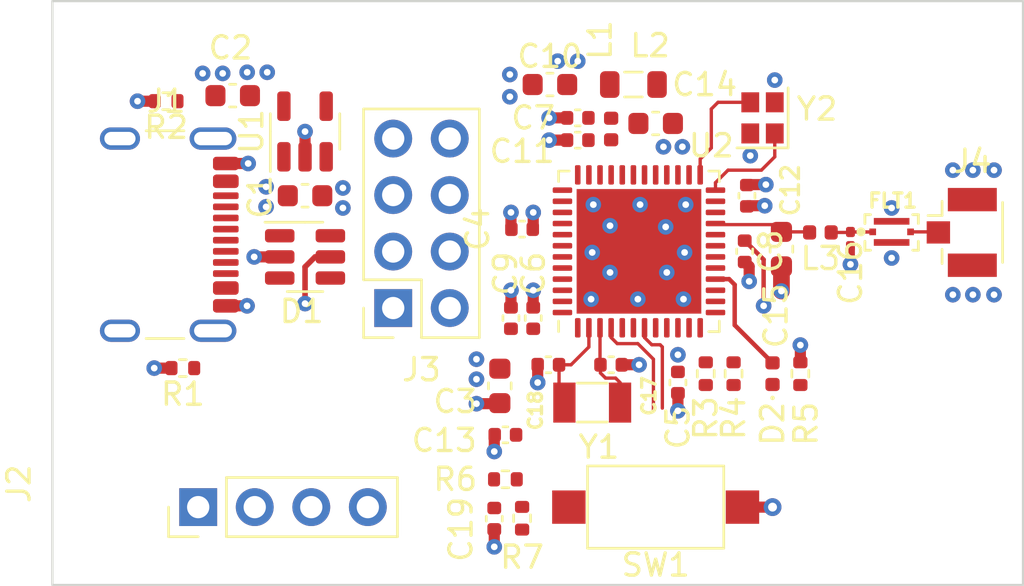
<source format=kicad_pcb>
(kicad_pcb (version 20221018) (generator pcbnew)
  (layers (0 "F.Cu" signal) (1 "In1.Cu" signal) (2 "In2.Cu" signal) (31 "B.Cu" signal) (34 "B.Paste" user) (35 "F.Paste" user) (36 "B.SilkS" user "B.Silkscreen") (37 "F.SilkS" user "F.Silkscreen") (38 "B.Mask" user) (39 "F.Mask" user) (44 "Edge.Cuts" user))
  (net 0 "")
  (net 1 "+5V")
  (net 2 "GND")
  (net 3 "+3.3V")
  (net 4 "/SWD_NRST")
  (net 5 "/SMPSLXFB")
  (net 6 "/RF")
  (net 7 "/RF_PI")
  (net 8 "/LSE_OUT")
  (net 9 "/LSE_IN")
  (net 10 "/BOOT0")
  (net 11 "/USBC_D-")
  (net 12 "/USBC_D+")
  (net 13 "/USB_D+")
  (net 14 "/USB_D-")
  (net 15 "/LED_K")
  (net 16 "/LED_A")
  (net 17 "/RF_ANT")
  (net 18 "/USBC_CC1")
  (net 20 "/USBC_CC2")
  (net 22 "/UART_TXC")
  (net 23 "/UART_RXC")
  (net 24 "/SWD_CLK")
  (net 25 "/SWD_IM")
  (net 26 "/SWD_DIO")
  (net 27 "/SMPSLXL")
  (net 28 "/SMPSLX")
  (net 29 "/UART_TX")
  (net 30 "/UART_RX")
  (net 31 "Net-(R7-Pad1)")
  (net 44 "/HSE_OUT")
  (net 45 "/HSE_IN")
  (footprint "Connector_PinHeader_2.54mm:PinHeader_1x04_P2.54mm_Vertical" (layer "F.Cu") (at 44.2 64.5 90)
    (fp_text reference "J2" (at 1.05 -8.055 90) (layer "F.SilkS"))
    (fp_text value "Conn_01x04")
    (fp_line (start -1.33 -1.33) (end 0 -1.33) (stroke (width 0.12)) (layer "F.SilkS"))
    (fp_line (start -1.33 0) (end -1.33 -1.33) (stroke (width 0.12)) (layer "F.SilkS"))
    (fp_line (start -1.33 1.27) (end -1.33 8.95) (stroke (width 0.12)) (layer "F.SilkS"))
    (fp_line (start -1.33 1.27) (end 1.33 1.27) (stroke (width 0.12)) (layer "F.SilkS"))
    (fp_line (start -1.33 8.95) (end 1.33 8.95) (stroke (width 0.12)) (layer "F.SilkS"))
    (fp_line (start 1.33 1.27) (end 1.33 8.95) (stroke (width 0.12)) (layer "F.SilkS"))
    (pad "1" thru_hole rect (at 0 0 90) (size 1.7 1.7) (drill 1) (layers "*.Cu" "*.Mask") (net 3 "+3.3V"))
    (pad "2" thru_hole oval (at 0 2.54 90) (size 1.7 1.7) (drill 1) (layers "*.Cu" "*.Mask") (net 22 "/UART_TXC"))
    (pad "3" thru_hole oval (at 0 5.08 90) (size 1.7 1.7) (drill 1) (layers "*.Cu" "*.Mask") (net 23 "/UART_RXC"))
    (pad "4" thru_hole oval (at 0 7.62 90) (size 1.7 1.7) (drill 1) (layers "*.Cu" "*.Mask") (net 2 "GND"))
  )
  (footprint "Package_DFN_QFN:QFN-48-1EP_7x7mm_P0.5mm_EP5.6x5.6mm" (layer "F.Cu") (at 64 53 90)
    (fp_text reference "U2" (at 4.75 3.25 180) (layer "F.SilkS"))
    (fp_text value "STM32WB55CGUx")
    (fp_line (start -3.61 3.61) (end -3.61 3.135) (stroke (width 0.12)) (layer "F.SilkS"))
    (fp_line (start -3.135 -3.61) (end -3.61 -3.61) (stroke (width 0.12)) (layer "F.SilkS"))
    (fp_line (start -3.135 3.61) (end -3.61 3.61) (stroke (width 0.12)) (layer "F.SilkS"))
    (fp_line (start 3.135 -3.61) (end 3.61 -3.61) (stroke (width 0.12)) (layer "F.SilkS"))
    (fp_line (start 3.135 3.61) (end 3.61 3.61) (stroke (width 0.12)) (layer "F.SilkS"))
    (fp_line (start 3.61 -3.61) (end 3.61 -3.135) (stroke (width 0.12)) (layer "F.SilkS"))
    (fp_line (start 3.61 3.61) (end 3.61 3.135) (stroke (width 0.12)) (layer "F.SilkS"))
    (pad "1" smd roundrect (at -3.4375 -2.75 90) (size 0.875 0.25) (layers "F.Cu" "F.Paste" "F.Mask") (net 3 "+3.3V"))
    (pad "2" smd roundrect (at -3.4375 -2.25 90) (size 0.875 0.25) (layers "F.Cu" "F.Paste" "F.Mask") (net 9 "/LSE_IN"))
    (pad "3" smd roundrect (at -3.4375 -1.75 90) (size 0.875 0.25) (layers "F.Cu" "F.Paste" "F.Mask") (net 8 "/LSE_OUT"))
    (pad "4" smd roundrect (at -3.4375 -1.25 90) (size 0.875 0.25) (layers "F.Cu" "F.Paste" "F.Mask") (net 10 "/BOOT0"))
    (pad "5" smd roundrect (at -3.4375 -0.75 90) (size 0.875 0.25) (layers "F.Cu" "F.Paste" "F.Mask"))
    (pad "6" smd roundrect (at -3.4375 -0.25 90) (size 0.875 0.25) (layers "F.Cu" "F.Paste" "F.Mask"))
    (pad "7" smd roundrect (at -3.4375 0.25 90) (size 0.875 0.25) (layers "F.Cu" "F.Paste" "F.Mask") (net 4 "/SWD_NRST"))
    (pad "8" smd roundrect (at -3.4375 0.75 90) (size 0.875 0.25) (layers "F.Cu" "F.Paste" "F.Mask") (net 3 "+3.3V"))
    (pad "9" smd roundrect (at -3.4375 1.25 90) (size 0.875 0.25) (layers "F.Cu" "F.Paste" "F.Mask"))
    (pad "10" smd roundrect (at -3.4375 1.75 90) (size 0.875 0.25) (layers "F.Cu" "F.Paste" "F.Mask"))
    (pad "11" smd roundrect (at -3.4375 2.25 90) (size 0.875 0.25) (layers "F.Cu" "F.Paste" "F.Mask") (net 29 "/UART_TX"))
    (pad "12" smd roundrect (at -3.4375 2.75 90) (size 0.875 0.25) (layers "F.Cu" "F.Paste" "F.Mask") (net 30 "/UART_RX"))
    (pad "13" smd roundrect (at -2.75 3.4375 90) (size 0.25 0.875) (layers "F.Cu" "F.Paste" "F.Mask"))
    (pad "14" smd roundrect (at -2.25 3.4375 90) (size 0.25 0.875) (layers "F.Cu" "F.Paste" "F.Mask"))
    (pad "15" smd roundrect (at -1.75 3.4375 90) (size 0.25 0.875) (layers "F.Cu" "F.Paste" "F.Mask"))
    (pad "16" smd roundrect (at -1.25 3.4375 90) (size 0.25 0.875) (layers "F.Cu" "F.Paste" "F.Mask") (net 16 "/LED_A"))
    (pad "17" smd roundrect (at -0.75 3.4375 90) (size 0.25 0.875) (layers "F.Cu" "F.Paste" "F.Mask"))
    (pad "18" smd roundrect (at -0.25 3.4375 90) (size 0.25 0.875) (layers "F.Cu" "F.Paste" "F.Mask"))
    (pad "19" smd roundrect (at 0.25 3.4375 90) (size 0.25 0.875) (layers "F.Cu" "F.Paste" "F.Mask"))
    (pad "20" smd roundrect (at 0.75 3.4375 90) (size 0.25 0.875) (layers "F.Cu" "F.Paste" "F.Mask") (net 3 "+3.3V"))
    (pad "21" smd roundrect (at 1.25 3.4375 90) (size 0.25 0.875) (layers "F.Cu" "F.Paste" "F.Mask") (net 6 "/RF"))
    (pad "22" smd roundrect (at 1.75 3.4375 90) (size 0.25 0.875) (layers "F.Cu" "F.Paste" "F.Mask") (net 2 "GND"))
    (pad "23" smd roundrect (at 2.25 3.4375 90) (size 0.25 0.875) (layers "F.Cu" "F.Paste" "F.Mask") (net 3 "+3.3V"))
    (pad "24" smd roundrect (at 2.75 3.4375 90) (size 0.25 0.875) (layers "F.Cu" "F.Paste" "F.Mask") (net 44 "/HSE_OUT"))
    (pad "25" smd roundrect (at 3.4375 2.75 90) (size 0.875 0.25) (layers "F.Cu" "F.Paste" "F.Mask") (net 45 "/HSE_IN"))
    (pad "26" smd roundrect (at 3.4375 2.25 90) (size 0.875 0.25) (layers "F.Cu" "F.Paste" "F.Mask"))
    (pad "27" smd roundrect (at 3.4375 1.75 90) (size 0.875 0.25) (layers "F.Cu" "F.Paste" "F.Mask"))
    (pad "28" smd roundrect (at 3.4375 1.25 90) (size 0.875 0.25) (layers "F.Cu" "F.Paste" "F.Mask"))
    (pad "29" smd roundrect (at 3.4375 0.75 90) (size 0.875 0.25) (layers "F.Cu" "F.Paste" "F.Mask"))
    (pad "30" smd roundrect (at 3.4375 0.25 90) (size 0.875 0.25) (layers "F.Cu" "F.Paste" "F.Mask"))
    (pad "31" smd roundrect (at 3.4375 -0.25 90) (size 0.875 0.25) (layers "F.Cu" "F.Paste" "F.Mask") (net 5 "/SMPSLXFB"))
    (pad "32" smd roundrect (at 3.4375 -0.75 90) (size 0.875 0.25) (layers "F.Cu" "F.Paste" "F.Mask") (net 2 "GND"))
    (pad "33" smd roundrect (at 3.4375 -1.25 90) (size 0.875 0.25) (layers "F.Cu" "F.Paste" "F.Mask") (net 28 "/SMPSLX"))
    (pad "34" smd roundrect (at 3.4375 -1.75 90) (size 0.875 0.25) (layers "F.Cu" "F.Paste" "F.Mask") (net 3 "+3.3V"))
    (pad "35" smd roundrect (at 3.4375 -2.25 90) (size 0.875 0.25) (layers "F.Cu" "F.Paste" "F.Mask") (net 3 "+3.3V"))
    (pad "36" smd roundrect (at 3.4375 -2.75 90) (size 0.875 0.25) (layers "F.Cu" "F.Paste" "F.Mask"))
    (pad "37" smd roundrect (at 2.75 -3.4375 90) (size 0.25 0.875) (layers "F.Cu" "F.Paste" "F.Mask") (net 14 "/USB_D-"))
    (pad "38" smd roundrect (at 2.25 -3.4375 90) (size 0.25 0.875) (layers "F.Cu" "F.Paste" "F.Mask") (net 13 "/USB_D+"))
    (pad "39" smd roundrect (at 1.75 -3.4375 90) (size 0.25 0.875) (layers "F.Cu" "F.Paste" "F.Mask") (net 26 "/SWD_DIO"))
    (pad "40" smd roundrect (at 1.25 -3.4375 90) (size 0.25 0.875) (layers "F.Cu" "F.Paste" "F.Mask") (net 3 "+3.3V"))
    (pad "41" smd roundrect (at 0.75 -3.4375 90) (size 0.25 0.875) (layers "F.Cu" "F.Paste" "F.Mask") (net 24 "/SWD_CLK"))
    (pad "42" smd roundrect (at 0.25 -3.4375 90) (size 0.25 0.875) (layers "F.Cu" "F.Paste" "F.Mask"))
    (pad "43" smd roundrect (at -0.25 -3.4375 90) (size 0.25 0.875) (layers "F.Cu" "F.Paste" "F.Mask") (net 25 "/SWD_IM"))
    (pad "44" smd roundrect (at -0.75 -3.4375 90) (size 0.25 0.875) (layers "F.Cu" "F.Paste" "F.Mask"))
    (pad "45" smd roundrect (at -1.25 -3.4375 90) (size 0.25 0.875) (layers "F.Cu" "F.Paste" "F.Mask"))
    (pad "46" smd roundrect (at -1.75 -3.4375 90) (size 0.25 0.875) (layers "F.Cu" "F.Paste" "F.Mask"))
    (pad "47" smd roundrect (at -2.25 -3.4375 90) (size 0.25 0.875) (layers "F.Cu" "F.Paste" "F.Mask"))
    (pad "48" smd roundrect (at -2.75 -3.4375 90) (size 0.25 0.875) (layers "F.Cu" "F.Paste" "F.Mask") (net 3 "+3.3V"))
    (pad "49" smd rect (at 0 0 90) (size 5.6 5.6) (layers "F.Cu" "F.Mask") (net 2 "GND"))
  )
  (footprint "Package_TO_SOT_SMD:SOT-23-5" (layer "F.Cu") (at 49 47.6125 90)
    (fp_text reference "U1" (at 0 -2.4 90) (layer "F.SilkS"))
    (fp_text value "TPS709")
    (fp_line (start 0 -1.56) (end -1.8 -1.56) (stroke (width 0.12)) (layer "F.SilkS"))
    (fp_line (start 0 -1.56) (end 0.8 -1.56) (stroke (width 0.12)) (layer "F.SilkS"))
    (fp_line (start 0 1.56) (end -0.8 1.56) (stroke (width 0.12)) (layer "F.SilkS"))
    (fp_line (start 0 1.56) (end 0.8 1.56) (stroke (width 0.12)) (layer "F.SilkS"))
    (pad "1" smd roundrect (at -1.1375 -0.95 90) (size 1.325 0.6) (layers "F.Cu" "F.Paste" "F.Mask") (net 1 "+5V"))
    (pad "2" smd roundrect (at -1.1375 0 90) (size 1.325 0.6) (layers "F.Cu" "F.Paste" "F.Mask") (net 2 "GND"))
    (pad "3" smd roundrect (at -1.1375 0.95 90) (size 1.325 0.6) (layers "F.Cu" "F.Paste" "F.Mask"))
    (pad "4" smd roundrect (at 1.1375 0.95 90) (size 1.325 0.6) (layers "F.Cu" "F.Paste" "F.Mask"))
    (pad "5" smd roundrect (at 1.1375 -0.95 90) (size 1.325 0.6) (layers "F.Cu" "F.Paste" "F.Mask") (net 3 "+3.3V"))
  )
  (footprint "Resistor_SMD:R_0402_1005Metric" (layer "F.Cu") (at 67 58.5 -90)
    (fp_text reference "R3" (at 2 0 -90) (layer "F.SilkS"))
    (fp_text value "220")
    (fp_line (start -0.153641 -0.38) (end 0.153641 -0.38) (stroke (width 0.12)) (layer "F.SilkS"))
    (fp_line (start -0.153641 0.38) (end 0.153641 0.38) (stroke (width 0.12)) (layer "F.SilkS"))
    (pad "1" smd roundrect (at -0.51 0 270) (size 0.54 0.64) (layers "F.Cu" "F.Paste" "F.Mask") (net 29 "/UART_TX"))
    (pad "2" smd roundrect (at 0.51 0 270) (size 0.54 0.64) (layers "F.Cu" "F.Paste" "F.Mask") (net 22 "/UART_TXC"))
  )
  (footprint "Capacitor_SMD:C_0603_1608Metric" (layer "F.Cu") (at 60 45.5 180)
    (fp_text reference "C10" (at 0 1.27) (layer "F.SilkS"))
    (fp_text value "4u7")
    (fp_line (start -0.14058 -0.51) (end 0.14058 -0.51) (stroke (width 0.12)) (layer "F.SilkS"))
    (fp_line (start -0.14058 0.51) (end 0.14058 0.51) (stroke (width 0.12)) (layer "F.SilkS"))
    (pad "1" smd roundrect (at -0.775 0 180) (size 0.9 0.95) (layers "F.Cu" "F.Paste" "F.Mask") (net 3 "+3.3V"))
    (pad "2" smd roundrect (at 0.775 0 180) (size 0.9 0.95) (layers "F.Cu" "F.Paste" "F.Mask") (net 2 "GND"))
  )
  (footprint "Capacitor_SMD:C_0402_1005Metric" (layer "F.Cu") (at 68.85 50.5 -90)
    (fp_text reference "C12" (at -0.25 -1.95 90) (layer "F.SilkS") (effects (font (size 0.8 0.8))))
    (fp_text value "100n")
    (fp_line (start -0.107836 -0.36) (end 0.107836 -0.36) (stroke (width 0.12)) (layer "F.SilkS"))
    (fp_line (start -0.107836 0.36) (end 0.107836 0.36) (stroke (width 0.12)) (layer "F.SilkS"))
    (pad "1" smd roundrect (at -0.48 0 270) (size 0.56 0.62) (layers "F.Cu" "F.Paste" "F.Mask") (net 3 "+3.3V"))
    (pad "2" smd roundrect (at 0.48 0 270) (size 0.56 0.62) (layers "F.Cu" "F.Paste" "F.Mask") (net 2 "GND"))
  )
  (footprint "Resistor_SMD:R_0402_1005Metric" (layer "F.Cu") (at 42.76 46.25 180)
    (fp_text reference "R2" (at 0 -1.17) (layer "F.SilkS"))
    (fp_text value "5k1")
    (fp_line (start -0.153641 -0.38) (end 0.153641 -0.38) (stroke (width 0.12)) (layer "F.SilkS"))
    (fp_line (start -0.153641 0.38) (end 0.153641 0.38) (stroke (width 0.12)) (layer "F.SilkS"))
    (pad "1" smd roundrect (at -0.51 0 180) (size 0.54 0.64) (layers "F.Cu" "F.Paste" "F.Mask") (net 18 "/USBC_CC1"))
    (pad "2" smd roundrect (at 0.51 0 180) (size 0.54 0.64) (layers "F.Cu" "F.Paste" "F.Mask") (net 2 "GND"))
  )
  (footprint "Capacitor_SMD:C_0603_1608Metric" (layer "F.Cu") (at 57.75 59.05 -90)
    (fp_text reference "C3" (at 0.7 2 -180) (layer "F.SilkS"))
    (fp_text value "4u7")
    (fp_line (start -0.14058 -0.51) (end 0.14058 -0.51) (stroke (width 0.12)) (layer "F.SilkS"))
    (fp_line (start -0.14058 0.51) (end 0.14058 0.51) (stroke (width 0.12)) (layer "F.SilkS"))
    (pad "1" smd roundrect (at -0.775 0 270) (size 0.9 0.95) (layers "F.Cu" "F.Paste" "F.Mask") (net 3 "+3.3V"))
    (pad "2" smd roundrect (at 0.775 0 270) (size 0.9 0.95) (layers "F.Cu" "F.Paste" "F.Mask") (net 2 "GND"))
  )
  (footprint "Crystal:Crystal_SMD_2016-4Pin_2.0x1.6mm" (layer "F.Cu") (at 69.55 47 90)
    (fp_text reference "Y2" (at 0.4 2.45 180) (layer "F.SilkS"))
    (fp_text value "32MHz")
    (fp_line (start -1.35 -1.15) (end -1.35 1.15) (stroke (width 0.12)) (layer "F.SilkS"))
    (fp_line (start -1.35 1.15) (end 1.35 1.15) (stroke (width 0.12)) (layer "F.SilkS"))
    (pad "1" smd rect (at -0.7 0.55 90) (size 0.9 0.8) (layers "F.Cu" "F.Paste" "F.Mask") (net 44 "/HSE_OUT"))
    (pad "2" smd rect (at 0.7 0.55 90) (size 0.9 0.8) (layers "F.Cu" "F.Paste" "F.Mask") (net 2 "GND"))
    (pad "3" smd rect (at 0.7 -0.55 90) (size 0.9 0.8) (layers "F.Cu" "F.Paste" "F.Mask") (net 45 "/HSE_IN"))
    (pad "4" smd rect (at -0.7 -0.55 90) (size 0.9 0.8) (layers "F.Cu" "F.Paste" "F.Mask") (net 2 "GND"))
  )
  (footprint "Resistor_SMD:R_0402_1005Metric" (layer "F.Cu") (at 58 63.25)
    (fp_text reference "R6" (at -2.25 0) (layer "F.SilkS"))
    (fp_text value "5k1")
    (fp_line (start -0.153641 -0.38) (end 0.153641 -0.38) (stroke (width 0.12)) (layer "F.SilkS"))
    (fp_line (start -0.153641 0.38) (end 0.153641 0.38) (stroke (width 0.12)) (layer "F.SilkS"))
    (pad "1" smd roundrect (at -0.51 0) (size 0.54 0.64) (layers "F.Cu" "F.Paste" "F.Mask") (net 10 "/BOOT0"))
    (pad "2" smd roundrect (at 0.51 0) (size 0.54 0.64) (layers "F.Cu" "F.Paste" "F.Mask") (net 2 "GND"))
  )
  (footprint "Capacitor_SMD:C_0402_1005Metric" (layer "F.Cu") (at 61.25 48 180)
    (fp_text reference "C11" (at 2.5 -0.5) (layer "F.SilkS"))
    (fp_text value "100n")
    (fp_line (start -0.107836 -0.36) (end 0.107836 -0.36) (stroke (width 0.12)) (layer "F.SilkS"))
    (fp_line (start -0.107836 0.36) (end 0.107836 0.36) (stroke (width 0.12)) (layer "F.SilkS"))
    (pad "1" smd roundrect (at -0.48 0 180) (size 0.56 0.62) (layers "F.Cu" "F.Paste" "F.Mask") (net 3 "+3.3V"))
    (pad "2" smd roundrect (at 0.48 0 180) (size 0.56 0.62) (layers "F.Cu" "F.Paste" "F.Mask") (net 2 "GND"))
  )
  (footprint "Crystal:Crystal_SMD_3215-2Pin_3.2x1.5mm" (layer "F.Cu") (at 61.9 59.8 180)
    (fp_text reference "Y1" (at -0.3 -2) (layer "F.SilkS"))
    (fp_text value "32kHz768")
    (fp_line (start -0.675 -0.875) (end 0.675 -0.875) (stroke (width 0.12)) (layer "F.SilkS"))
    (fp_line (start -0.675 0.875) (end 0.675 0.875) (stroke (width 0.12)) (layer "F.SilkS"))
    (pad "1" smd rect (at 1.25 0 180) (size 1 1.8) (layers "F.Cu" "F.Paste" "F.Mask") (net 9 "/LSE_IN"))
    (pad "2" smd rect (at -1.25 0 180) (size 1 1.8) (layers "F.Cu" "F.Paste" "F.Mask") (net 8 "/LSE_OUT"))
  )
  (footprint "Capacitor_SMD:C_0402_1005Metric" (layer "F.Cu") (at 59.93 58.1 180)
    (fp_text reference "C18" (at 0.58 -2.05 90) (layer "F.SilkS") (effects (font (size 0.6 0.6))))
    (fp_text value "10p")
    (fp_line (start -0.107836 -0.36) (end 0.107836 -0.36) (stroke (width 0.12)) (layer "F.SilkS"))
    (fp_line (start -0.107836 0.36) (end 0.107836 0.36) (stroke (width 0.12)) (layer "F.SilkS"))
    (pad "1" smd roundrect (at -0.48 0 180) (size 0.56 0.62) (layers "F.Cu" "F.Paste" "F.Mask") (net 9 "/LSE_IN"))
    (pad "2" smd roundrect (at 0.48 0 180) (size 0.56 0.62) (layers "F.Cu" "F.Paste" "F.Mask") (net 2 "GND"))
  )
  (footprint "Resistor_SMD:R_0402_1005Metric" (layer "F.Cu") (at 58.75 65 90)
    (fp_text reference "R7" (at -1.75 0 180) (layer "F.SilkS"))
    (fp_text value "220")
    (fp_line (start -0.153641 -0.38) (end 0.153641 -0.38) (stroke (width 0.12)) (layer "F.SilkS"))
    (fp_line (start -0.153641 0.38) (end 0.153641 0.38) (stroke (width 0.12)) (layer "F.SilkS"))
    (pad "1" smd roundrect (at -0.51 0 90) (size 0.54 0.64) (layers "F.Cu" "F.Paste" "F.Mask") (net 31 "Net-(R7-Pad1)"))
    (pad "2" smd roundrect (at 0.51 0 90) (size 0.54 0.64) (layers "F.Cu" "F.Paste" "F.Mask") (net 10 "/BOOT0"))
  )
  (footprint "Connector_USB:USB_C_Receptacle_GCT_USB4105-xx-A_16P_TopMnt_Horizontal" (layer "F.Cu") (at 41.76 52.25 -90)
    (fp_text reference "J1" (at -6 -1 unlocked) (layer "F.SilkS"))
    (fp_text value "USB_C_Receptacle_USB2.0")
    (fp_line (start -4.67 -0.1) (end -4.67 -1.8) (stroke (width 0.12)) (layer "F.SilkS"))
    (fp_line (start 4.67 -0.1) (end 4.67 -1.8) (stroke (width 0.12)) (layer "F.SilkS"))
    (pad "" np_thru_hole circle (at -2.89 -2.605 270) (size 0.65 0.65) (drill 0.65) (layers "F&B.Cu" "*.Mask"))
    (pad "" np_thru_hole circle (at 2.89 -2.605 270) (size 0.65 0.65) (drill 0.65) (layers "F&B.Cu" "*.Mask"))
    (pad "A1" smd roundrect (at -3.2 -3.68 270) (size 0.6 1.15) (layers "F.Cu" "F.Paste" "F.Mask") (net 2 "GND"))
    (pad "A4" smd roundrect (at -2.4 -3.68 270) (size 0.6 1.15) (layers "F.Cu" "F.Paste" "F.Mask") (net 1 "+5V"))
    (pad "A5" smd roundrect (at -1.25 -3.68 270) (size 0.3 1.15) (layers "F.Cu" "F.Paste" "F.Mask") (net 18 "/USBC_CC1"))
    (pad "A6" smd roundrect (at -0.25 -3.68 270) (size 0.3 1.15) (layers "F.Cu" "F.Paste" "F.Mask") (net 12 "/USBC_D+"))
    (pad "A7" smd roundrect (at 0.25 -3.68 270) (size 0.3 1.15) (layers "F.Cu" "F.Paste" "F.Mask") (net 11 "/USBC_D-"))
    (pad "A8" smd roundrect (at 1.25 -3.68 270) (size 0.3 1.15) (layers "F.Cu" "F.Paste" "F.Mask"))
    (pad "A9" smd roundrect (at 2.4 -3.68 270) (size 0.6 1.15) (layers "F.Cu" "F.Paste" "F.Mask") (net 1 "+5V"))
    (pad "A12" smd roundrect (at 3.2 -3.68 270) (size 0.6 1.15) (layers "F.Cu" "F.Paste" "F.Mask") (net 2 "GND"))
    (pad "B1" smd roundrect (at 3.2 -3.68 270) (size 0.6 1.15) (layers "F.Cu" "F.Paste" "F.Mask") (net 2 "GND"))
    (pad "B4" smd roundrect (at 2.4 -3.68 270) (size 0.6 1.15) (layers "F.Cu" "F.Paste" "F.Mask") (net 1 "+5V"))
    (pad "B5" smd roundrect (at 1.75 -3.68 270) (size 0.3 1.15) (layers "F.Cu" "F.Paste" "F.Mask") (net 20 "/USBC_CC2"))
    (pad "B6" smd roundrect (at 0.75 -3.68 270) (size 0.3 1.15) (layers "F.Cu" "F.Paste" "F.Mask") (net 12 "/USBC_D+"))
    (pad "B7" smd roundrect (at -0.75 -3.68 270) (size 0.3 1.15) (layers "F.Cu" "F.Paste" "F.Mask") (net 11 "/USBC_D-"))
    (pad "B8" smd roundrect (at -1.75 -3.68 270) (size 0.3 1.15) (layers "F.Cu" "F.Paste" "F.Mask"))
    (pad "B9" smd roundrect (at -2.4 -3.68 270) (size 0.6 1.15) (layers "F.Cu" "F.Paste" "F.Mask") (net 1 "+5V"))
    (pad "B12" smd roundrect (at -3.2 -3.68 270) (size 0.6 1.15) (layers "F.Cu" "F.Paste" "F.Mask") (net 2 "GND"))
    (pad "S1" thru_hole oval (at -4.32 -3.105 270) (size 1 2.1) (drill oval 0.6 1.7) (layers "*.Cu" "*.Mask" "F.Paste") (net 2 "GND"))
    (pad "S1" thru_hole oval (at -4.32 1.075 270) (size 1 1.8) (drill oval 0.6 1.4) (layers "*.Cu" "*.Mask" "F.Paste") (net 2 "GND"))
    (pad "S1" thru_hole oval (at 4.32 -3.105 270) (size 1 2.1) (drill oval 0.6 1.7) (layers "*.Cu" "*.Mask" "F.Paste") (net 2 "GND"))
    (pad "S1" thru_hole oval (at 4.32 1.075 270) (size 1 1.8) (drill oval 0.6 1.4) (layers "*.Cu" "*.Mask" "F.Paste") (net 2 "GND"))
  )
  (footprint "Resistor_SMD:R_0402_1005Metric" (layer "F.Cu") (at 68.25 58.5 -90)
    (fp_text reference "R4" (at 2 0 90) (layer "F.SilkS"))
    (fp_text value "220")
    (fp_line (start -0.153641 -0.38) (end 0.153641 -0.38) (stroke (width 0.12)) (layer "F.SilkS"))
    (fp_line (start -0.153641 0.38) (end 0.153641 0.38) (stroke (width 0.12)) (layer "F.SilkS"))
    (pad "1" smd roundrect (at -0.51 0 270) (size 0.54 0.64) (layers "F.Cu" "F.Paste" "F.Mask") (net 30 "/UART_RX"))
    (pad "2" smd roundrect (at 0.51 0 270) (size 0.54 0.64) (layers "F.Cu" "F.Paste" "F.Mask") (net 23 "/UART_RXC"))
  )
  (footprint "LED_SMD:LED_0402_1005Metric" (layer "F.Cu") (at 70 58.5 90)
    (fp_text reference "D2" (at -2.25 0 90) (layer "F.SilkS"))
    (fp_text value "LED")
    (fp_circle (center -1.09 0) (end -1.04 0) (stroke (width 0.1)) (fill none) (layer "F.SilkS"))
    (pad "1" smd roundrect (at -0.485 0 90) (size 0.59 0.64) (layers "F.Cu" "F.Paste" "F.Mask") (net 15 "/LED_K"))
    (pad "2" smd roundrect (at 0.485 0 90) (size 0.59 0.64) (layers "F.Cu" "F.Paste" "F.Mask") (net 16 "/LED_A"))
  )
  (footprint "my_Library:LFB21(0805)_SG" (layer "F.Cu") (at 75.35 52.15)
    (fp_text reference "FLT1" (at 0.05 -1.425) (layer "F.SilkS") (effects (font (size 0.64 0.64))))
    (fp_text value "LFB212G45SG8A192")
    (fp_line (start -1.2 -0.8) (end -1.2 -0.4) (stroke (width 0.127)) (layer "F.SilkS"))
    (fp_line (start -1.2 0.8) (end -1.2 0.4) (stroke (width 0.127)) (layer "F.SilkS"))
    (fp_line (start -0.95 -0.8) (end -1.2 -0.8) (stroke (width 0.127)) (layer "F.SilkS"))
    (fp_line (start -0.95 0.8) (end -1.2 0.8) (stroke (width 0.127)) (layer "F.SilkS"))
    (fp_line (start 0.95 -0.8) (end 1.2 -0.8) (stroke (width 0.127)) (layer "F.SilkS"))
    (fp_line (start 0.95 0.8) (end 1.2 0.8) (stroke (width 0.127)) (layer "F.SilkS"))
    (fp_line (start 1.2 -0.8) (end 1.2 -0.4) (stroke (width 0.127)) (layer "F.SilkS"))
    (fp_line (start 1.2 0.8) (end 1.2 0.4) (stroke (width 0.127)) (layer "F.SilkS"))
    (fp_circle (center -1.375 -0.025) (end -1.275 -0.025) (stroke (width 0.2)) (fill none) (layer "F.SilkS"))
    (pad "1" smd rect (at 0 0.45) (size 1.6 0.3) (layers "F.Cu" "F.Paste") (net 2 "GND"))
    (pad "2" smd rect (at 0.85 -0.025) (size 0.3 0.3) (layers "F.Cu" "F.Paste") (net 17 "/RF_ANT"))
    (pad "3" smd rect (at 0 -0.5) (size 1.6 0.3) (layers "F.Cu" "F.Paste") (net 2 "GND"))
    (pad "4" smd rect (at -0.85 -0.025) (size 0.3 0.3) (layers "F.Cu" "F.Paste") (net 7 "/RF_PI"))
  )
  (footprint "Capacitor_SMD:C_0402_1005Metric" (layer "F.Cu") (at 62.75 58.1)
    (fp_text reference "C17" (at 1.7 1.4 90) (layer "F.SilkS") (effects (font (size 0.6 0.6))))
    (fp_text value "10p")
    (fp_line (start -0.107836 -0.36) (end 0.107836 -0.36) (stroke (width 0.12)) (layer "F.SilkS"))
    (fp_line (start -0.107836 0.36) (end 0.107836 0.36) (stroke (width 0.12)) (layer "F.SilkS"))
    (pad "1" smd roundrect (at -0.48 0) (size 0.56 0.62) (layers "F.Cu" "F.Paste" "F.Mask") (net 8 "/LSE_OUT"))
    (pad "2" smd roundrect (at 0.48 0) (size 0.56 0.62) (layers "F.Cu" "F.Paste" "F.Mask") (net 2 "GND"))
  )
  (footprint "Capacitor_SMD:C_0603_1608Metric" (layer "F.Cu") (at 70.4 52.9 -90)
    (fp_text reference "C15" (at 3 0.25 90) (layer "F.SilkS"))
    (fp_text value "0p8")
    (fp_line (start -0.14058 -0.51) (end 0.14058 -0.51) (stroke (width 0.12)) (layer "F.SilkS"))
    (fp_line (start -0.14058 0.51) (end 0.14058 0.51) (stroke (width 0.12)) (layer "F.SilkS"))
    (pad "1" smd roundrect (at -0.775 0 270) (size 0.9 0.95) (layers "F.Cu" "F.Paste" "F.Mask") (net 6 "/RF"))
    (pad "2" smd roundrect (at 0.775 0 270) (size 0.9 0.95) (layers "F.Cu" "F.Paste" "F.Mask") (net 2 "GND"))
  )
  (footprint "Capacitor_SMD:C_0402_1005Metric" (layer "F.Cu") (at 59.25 56 90)
    (fp_text reference "C6" (at 2 0 90) (layer "F.SilkS"))
    (fp_text value "100n")
    (fp_line (start -0.107836 -0.36) (end 0.107836 -0.36) (stroke (width 0.12)) (layer "F.SilkS"))
    (fp_line (start -0.107836 0.36) (end 0.107836 0.36) (stroke (width 0.12)) (layer "F.SilkS"))
    (pad "1" smd roundrect (at -0.48 0 90) (size 0.56 0.62) (layers "F.Cu" "F.Paste" "F.Mask") (net 3 "+3.3V"))
    (pad "2" smd roundrect (at 0.48 0 90) (size 0.56 0.62) (layers "F.Cu" "F.Paste" "F.Mask") (net 2 "GND"))
  )
  (footprint "Capacitor_SMD:C_0603_1608Metric" (layer "F.Cu") (at 64.75 47.25)
    (fp_text reference "C14" (at 2.2 -1.75) (layer "F.SilkS"))
    (fp_text value "4u7")
    (fp_line (start -0.14058 -0.51) (end 0.14058 -0.51) (stroke (width 0.12)) (layer "F.SilkS"))
    (fp_line (start -0.14058 0.51) (end 0.14058 0.51) (stroke (width 0.12)) (layer "F.SilkS"))
    (pad "1" smd roundrect (at -0.775 0) (size 0.9 0.95) (layers "F.Cu" "F.Paste" "F.Mask") (net 5 "/SMPSLXFB"))
    (pad "2" smd roundrect (at 0.775 0) (size 0.9 0.95) (layers "F.Cu" "F.Paste" "F.Mask") (net 2 "GND"))
  )
  (footprint "Capacitor_SMD:C_0402_1005Metric" (layer "F.Cu") (at 57.5 65.02 -90)
    (fp_text reference "C19" (at 0.48 1.5 90) (layer "F.SilkS"))
    (fp_text value "100n")
    (fp_line (start -0.107836 -0.36) (end 0.107836 -0.36) (stroke (width 0.12)) (layer "F.SilkS"))
    (fp_line (start -0.107836 0.36) (end 0.107836 0.36) (stroke (width 0.12)) (layer "F.SilkS"))
    (pad "1" smd roundrect (at -0.48 0 270) (size 0.56 0.62) (layers "F.Cu" "F.Paste" "F.Mask") (net 10 "/BOOT0"))
    (pad "2" smd roundrect (at 0.48 0 270) (size 0.56 0.62) (layers "F.Cu" "F.Paste" "F.Mask") (net 2 "GND"))
  )
  (footprint "Resistor_SMD:R_0402_1005Metric" (layer "F.Cu") (at 71.25 58.5 90)
    (fp_text reference "R5" (at -2.25 0.25 90) (layer "F.SilkS"))
    (fp_text value "220")
    (fp_line (start -0.153641 -0.38) (end 0.153641 -0.38) (stroke (width 0.12)) (layer "F.SilkS"))
    (fp_line (start -0.153641 0.38) (end 0.153641 0.38) (stroke (width 0.12)) (layer "F.SilkS"))
    (pad "1" smd roundrect (at -0.51 0 90) (size 0.54 0.64) (layers "F.Cu" "F.Paste" "F.Mask") (net 15 "/LED_K"))
    (pad "2" smd roundrect (at 0.51 0 90) (size 0.54 0.64) (layers "F.Cu" "F.Paste" "F.Mask") (net 2 "GND"))
  )
  (footprint "Capacitor_SMD:C_0201_0603Metric" (layer "F.Cu") (at 73.5 52.45 -90)
    (fp_text reference "C16" (at 1.5 0 90) (layer "F.SilkS"))
    (fp_text value "0p3")
    (pad "1" smd roundrect (at -0.32 0 270) (size 0.46 0.4) (layers "F.Cu" "F.Mask") (net 7 "/RF_PI"))
    (pad "2" smd roundrect (at 0.32 0 270) (size 0.46 0.4) (layers "F.Cu" "F.Mask") (net 2 "GND"))
  )
  (footprint "Capacitor_SMD:C_0402_1005Metric" (layer "F.Cu") (at 65.75 58.9 -90)
    (fp_text reference "C5" (at 2.02 0 90) (layer "F.SilkS"))
    (fp_text value "100n")
    (fp_line (start -0.107836 -0.36) (end 0.107836 -0.36) (stroke (width 0.12)) (layer "F.SilkS"))
    (fp_line (start -0.107836 0.36) (end 0.107836 0.36) (stroke (width 0.12)) (layer "F.SilkS"))
    (pad "1" smd roundrect (at -0.48 0 270) (size 0.56 0.62) (layers "F.Cu" "F.Paste" "F.Mask") (net 3 "+3.3V"))
    (pad "2" smd roundrect (at 0.48 0 270) (size 0.56 0.62) (layers "F.Cu" "F.Paste" "F.Mask") (net 2 "GND"))
  )
  (footprint "Capacitor_SMD:C_0402_1005Metric" (layer "F.Cu") (at 68.75 53 -90)
    (fp_text reference "C8" (at 0 -1.16 90) (layer "F.SilkS"))
    (fp_text value "100n")
    (fp_line (start -0.107836 -0.36) (end 0.107836 -0.36) (stroke (width 0.12)) (layer "F.SilkS"))
    (fp_line (start -0.107836 0.36) (end 0.107836 0.36) (stroke (width 0.12)) (layer "F.SilkS"))
    (pad "1" smd roundrect (at -0.48 0 270) (size 0.56 0.62) (layers "F.Cu" "F.Paste" "F.Mask") (net 3 "+3.3V"))
    (pad "2" smd roundrect (at 0.48 0 270) (size 0.56 0.62) (layers "F.Cu" "F.Paste" "F.Mask") (net 2 "GND"))
  )
  (footprint "Capacitor_SMD:C_0402_1005Metric" (layer "F.Cu") (at 58 61.25 180)
    (fp_text reference "C13" (at 2.75 -0.25) (layer "F.SilkS"))
    (fp_text value "100n")
    (fp_line (start -0.107836 -0.36) (end 0.107836 -0.36) (stroke (width 0.12)) (layer "F.SilkS"))
    (fp_line (start -0.107836 0.36) (end 0.107836 0.36) (stroke (width 0.12)) (layer "F.SilkS"))
    (pad "1" smd roundrect (at -0.48 0 180) (size 0.56 0.62) (layers "F.Cu" "F.Paste" "F.Mask") (net 4 "/SWD_NRST"))
    (pad "2" smd roundrect (at 0.48 0 180) (size 0.56 0.62) (layers "F.Cu" "F.Paste" "F.Mask") (net 2 "GND"))
  )
  (footprint "Package_TO_SOT_SMD:SOT-23-6" (layer "F.Cu") (at 49 53.25)
    (fp_text reference "D1" (at -0.15 2.45) (layer "F.SilkS"))
    (fp_text value "USBLC6-2SC6")
    (fp_line (start 0 -1.56) (end -1.8 -1.56) (stroke (width 0.12)) (layer "F.SilkS"))
    (fp_line (start 0 -1.56) (end 0.8 -1.56) (stroke (width 0.12)) (layer "F.SilkS"))
    (fp_line (start 0 1.56) (end -0.8 1.56) (stroke (width 0.12)) (layer "F.SilkS"))
    (fp_line (start 0 1.56) (end 0.8 1.56) (stroke (width 0.12)) (layer "F.SilkS"))
    (pad "1" smd roundrect (at -1.1375 -0.95) (size 1.325 0.6) (layers "F.Cu" "F.Paste" "F.Mask") (net 11 "/USBC_D-"))
    (pad "2" smd roundrect (at -1.1375 0) (size 1.325 0.6) (layers "F.Cu" "F.Paste" "F.Mask") (net 2 "GND"))
    (pad "3" smd roundrect (at -1.1375 0.95) (size 1.325 0.6) (layers "F.Cu" "F.Paste" "F.Mask") (net 12 "/USBC_D+"))
    (pad "4" smd roundrect (at 1.1375 0.95) (size 1.325 0.6) (layers "F.Cu" "F.Paste" "F.Mask") (net 13 "/USB_D+"))
    (pad "5" smd roundrect (at 1.1375 0) (size 1.325 0.6) (layers "F.Cu" "F.Paste" "F.Mask") (net 1 "+5V"))
    (pad "6" smd roundrect (at 1.1375 -0.95) (size 1.325 0.6) (layers "F.Cu" "F.Paste" "F.Mask") (net 14 "/USB_D-"))
  )
  (footprint "Button_Switch_SMD:SW_SPST_CK_RS282G05A3" (layer "F.Cu") (at 64.75 64.5 180)
    (fp_text reference "SW1" (at 0 -2.6) (layer "F.SilkS"))
    (fp_text value "SW_Push")
    (fp_line (start -3.06 -1.85) (end 3.06 -1.85) (stroke (width 0.12)) (layer "F.SilkS"))
    (fp_line (start -3.06 1.85) (end -3.06 -1.85) (stroke (width 0.12)) (layer "F.SilkS"))
    (fp_line (start 3.06 -1.85) (end 3.06 1.85) (stroke (width 0.12)) (layer "F.SilkS"))
    (fp_line (start 3.06 1.85) (end -3.06 1.85) (stroke (width 0.12)) (layer "F.SilkS"))
    (pad "1" smd rect (at -3.9 0 180) (size 1.5 1.5) (layers "F.Cu" "F.Paste" "F.Mask") (net 3 "+3.3V"))
    (pad "2" smd rect (at 3.9 0 180) (size 1.5 1.5) (layers "F.Cu" "F.Paste" "F.Mask") (net 31 "Net-(R7-Pad1)"))
  )
  (footprint "Connector_PinSocket_2.54mm:PinSocket_2x04_P2.54mm_Vertical" (layer "F.Cu") (at 52.96 55.55 180)
    (fp_text reference "J3" (at -1.27 -2.77) (layer "F.SilkS"))
    (fp_text value "SWD_Pin")
    (fp_line (start -3.87 -1.33) (end -3.87 8.95) (stroke (width 0.12)) (layer "F.SilkS"))
    (fp_line (start -3.87 -1.33) (end -1.27 -1.33) (stroke (width 0.12)) (layer "F.SilkS"))
    (fp_line (start -3.87 8.95) (end 1.33 8.95) (stroke (width 0.12)) (layer "F.SilkS"))
    (fp_line (start -1.27 -1.33) (end -1.27 1.27) (stroke (width 0.12)) (layer "F.SilkS"))
    (fp_line (start -1.27 1.27) (end 1.33 1.27) (stroke (width 0.12)) (layer "F.SilkS"))
    (fp_line (start 0 -1.33) (end 1.33 -1.33) (stroke (width 0.12)) (layer "F.SilkS"))
    (fp_line (start 1.33 -1.33) (end 1.33 0) (stroke (width 0.12)) (layer "F.SilkS"))
    (fp_line (start 1.33 1.27) (end 1.33 8.95) (stroke (width 0.12)) (layer "F.SilkS"))
    (pad "1" thru_hole rect (at 0 0 180) (size 1.7 1.7) (drill 1) (layers "*.Cu" "*.Mask") (net 4 "/SWD_NRST"))
    (pad "2" thru_hole oval (at -2.54 0 180) (size 1.7 1.7) (drill 1) (layers "*.Cu" "*.Mask") (net 24 "/SWD_CLK"))
    (pad "3" thru_hole oval (at 0 2.54 180) (size 1.7 1.7) (drill 1) (layers "*.Cu" "*.Mask") (net 25 "/SWD_IM"))
    (pad "4" thru_hole oval (at -2.54 2.54 180) (size 1.7 1.7) (drill 1) (layers "*.Cu" "*.Mask") (net 26 "/SWD_DIO"))
    (pad "5" thru_hole oval (at 0 5.08 180) (size 1.7 1.7) (drill 1) (layers "*.Cu" "*.Mask") (net 2 "GND"))
    (pad "6" thru_hole oval (at -2.54 5.08 180) (size 1.7 1.7) (drill 1) (layers "*.Cu" "*.Mask") (net 2 "GND"))
    (pad "7" thru_hole oval (at 0 7.62 180) (size 1.7 1.7) (drill 1) (layers "*.Cu" "*.Mask") (net 3 "+3.3V"))
    (pad "8" thru_hole oval (at -2.54 7.62 180) (size 1.7 1.7) (drill 1) (layers "*.Cu" "*.Mask") (net 3 "+3.3V"))
  )
  (footprint "Inductor_SMD:L_0402_1005Metric" (layer "F.Cu") (at 72.15 52.15 180)
    (fp_text reference "L3" (at 0 -1.17) (layer "F.SilkS"))
    (fp_text value "2n7")
    (pad "1" smd roundrect (at -0.485 0 180) (size 0.59 0.64) (layers "F.Cu" "F.Paste" "F.Mask") (net 7 "/RF_PI"))
    (pad "2" smd roundrect (at 0.485 0 180) (size 0.59 0.64) (layers "F.Cu" "F.Paste" "F.Mask") (net 6 "/RF"))
  )
  (footprint "Capacitor_SMD:C_0402_1005Metric" (layer "F.Cu") (at 58.75 52 180)
    (fp_text reference "C4" (at 2 0 90) (layer "F.SilkS"))
    (fp_text value "100n")
    (fp_line (start -0.107836 -0.36) (end 0.107836 -0.36) (stroke (width 0.12)) (layer "F.SilkS"))
    (fp_line (start -0.107836 0.36) (end 0.107836 0.36) (stroke (width 0.12)) (layer "F.SilkS"))
    (pad "1" smd roundrect (at -0.48 0 180) (size 0.56 0.62) (layers "F.Cu" "F.Paste" "F.Mask") (net 3 "+3.3V"))
    (pad "2" smd roundrect (at 0.48 0 180) (size 0.56 0.62) (layers "F.Cu" "F.Paste" "F.Mask") (net 2 "GND"))
  )
  (footprint "Resistor_SMD:R_0402_1005Metric" (layer "F.Cu") (at 43.51 58.25 180)
    (fp_text reference "R1" (at 0 -1.17) (layer "F.SilkS"))
    (fp_text value "5k1")
    (fp_line (start -0.153641 -0.38) (end 0.153641 -0.38) (stroke (width 0.12)) (layer "F.SilkS"))
    (fp_line (start -0.153641 0.38) (end 0.153641 0.38) (stroke (width 0.12)) (layer "F.SilkS"))
    (pad "1" smd roundrect (at -0.51 0 180) (size 0.54 0.64) (layers "F.Cu" "F.Paste" "F.Mask") (net 20 "/USBC_CC2"))
    (pad "2" smd roundrect (at 0.51 0 180) (size 0.54 0.64) (layers "F.Cu" "F.Paste" "F.Mask") (net 2 "GND"))
  )
  (footprint "Capacitor_SMD:C_0402_1005Metric" (layer "F.Cu") (at 58.25 56 90)
    (fp_text reference "C9" (at 2 -0.25 90) (layer "F.SilkS"))
    (fp_text value "100n")
    (fp_line (start -0.107836 -0.36) (end 0.107836 -0.36) (stroke (width 0.12)) (layer "F.SilkS"))
    (fp_line (start -0.107836 0.36) (end 0.107836 0.36) (stroke (width 0.12)) (layer "F.SilkS"))
    (pad "1" smd roundrect (at -0.48 0 90) (size 0.56 0.62) (layers "F.Cu" "F.Paste" "F.Mask") (net 3 "+3.3V"))
    (pad "2" smd roundrect (at 0.48 0 90) (size 0.56 0.62) (layers "F.Cu" "F.Paste" "F.Mask") (net 2 "GND"))
  )
  (footprint "Connector_Coaxial:U.FL_Hirose_U.FL-R-SMT-1_Vertical" (layer "F.Cu") (at 78.5 52.15)
    (fp_text reference "J4" (at 0.475 -3.2) (layer "F.SilkS"))
    (fp_text value "ANT")
    (fp_line (start -0.885 -1.4) (end -0.885 -0.76) (stroke (width 0.12)) (layer "F.SilkS"))
    (fp_line (start -0.885 -0.76) (end -1.515 -0.76) (stroke (width 0.12)) (layer "F.SilkS"))
    (fp_line (start -0.885 1.4) (end -0.885 0.76) (stroke (width 0.12)) (layer "F.SilkS"))
    (fp_line (start 1.835 -1.35) (end 1.835 1.35) (stroke (width 0.12)) (layer "F.SilkS"))
    (pad "1" smd rect (at -1.05 0) (size 1.05 1) (layers "F.Cu" "F.Paste" "F.Mask") (net 17 "/RF_ANT"))
    (pad "2" smd rect (at 0.475 -1.475) (size 2.2 1.05) (layers "F.Cu" "F.Paste" "F.Mask") (net 2 "GND"))
    (pad "2" smd rect (at 0.475 1.475) (size 2.2 1.05) (layers "F.Cu" "F.Paste" "F.Mask") (net 2 "GND"))
  )
  (footprint "Inductor_SMD:L_0402_1005Metric" (layer "F.Cu") (at 62.75 47.5 -90)
    (fp_text reference "L1" (at -4 0.5 90) (layer "F.SilkS"))
    (fp_text value "10n")
    (pad "1" smd roundrect (at -0.485 0 270) (size 0.59 0.64) (layers "F.Cu" "F.Paste" "F.Mask") (net 27 "/SMPSLXL"))
    (pad "2" smd roundrect (at 0.485 0 270) (size 0.59 0.64) (layers "F.Cu" "F.Paste" "F.Mask") (net 28 "/SMPSLX"))
  )
  (footprint "Inductor_SMD:L_0805_2012Metric" (layer "F.Cu") (at 63.75 45.5 180)
    (fp_text reference "L2" (at -0.75 1.75) (layer "F.SilkS"))
    (fp_text value "10u")
    (fp_line (start -0.399622 -0.56) (end 0.399622 -0.56) (stroke (width 0.12)) (layer "F.SilkS"))
    (fp_line (start -0.399622 0.56) (end 0.399622 0.56) (stroke (width 0.12)) (layer "F.SilkS"))
    (pad "1" smd roundrect (at -1.0625 0 180) (size 0.875 1.2) (layers "F.Cu" "F.Paste" "F.Mask") (net 5 "/SMPSLXFB"))
    (pad "2" smd roundrect (at 1.0625 0 180) (size 0.875 1.2) (layers "F.Cu" "F.Paste" "F.Mask") (net 27 "/SMPSLXL"))
  )
  (footprint "Capacitor_SMD:C_0603_1608Metric" (layer "F.Cu") (at 49 50.5)
    (fp_text reference "C1" (at -2.025 0.05 90) (layer "F.SilkS"))
    (fp_text value "4u7")
    (fp_line (start -0.14058 -0.51) (end 0.14058 -0.51) (stroke (width 0.12)) (layer "F.SilkS"))
    (fp_line (start -0.14058 0.51) (end 0.14058 0.51) (stroke (width 0.12)) (layer "F.SilkS"))
    (pad "1" smd roundrect (at -0.775 0) (size 0.9 0.95) (layers "F.Cu" "F.Paste" "F.Mask") (net 1 "+5V"))
    (pad "2" smd roundrect (at 0.775 0) (size 0.9 0.95) (layers "F.Cu" "F.Paste" "F.Mask") (net 2 "GND"))
  )
  (footprint "Capacitor_SMD:C_0603_1608Metric" (layer "F.Cu") (at 45.75 46 180)
    (fp_text reference "C2" (at 0.1 2.15) (layer "F.SilkS"))
    (fp_text value "4u7")
    (fp_line (start -0.14058 -0.51) (end 0.14058 -0.51) (stroke (width 0.12)) (layer "F.SilkS"))
    (fp_line (start -0.14058 0.51) (end 0.14058 0.51) (stroke (width 0.12)) (layer "F.SilkS"))
    (pad "1" smd roundrect (at -0.775 0 180) (size 0.9 0.95) (layers "F.Cu" "F.Paste" "F.Mask") (net 3 "+3.3V"))
    (pad "2" smd roundrect (at 0.775 0 180) (size 0.9 0.95) (layers "F.Cu" "F.Paste" "F.Mask") (net 2 "GND"))
  )
  (footprint "Capacitor_SMD:C_0402_1005Metric" (layer "F.Cu") (at 61.25 47 180)
    (fp_text reference "C7" (at 2 0) (layer "F.SilkS"))
    (fp_text value "100n")
    (fp_line (start -0.107836 -0.36) (end 0.107836 -0.36) (stroke (width 0.12)) (layer "F.SilkS"))
    (fp_line (start -0.107836 0.36) (end 0.107836 0.36) (stroke (width 0.12)) (layer "F.SilkS"))
    (pad "1" smd roundrect (at -0.48 0 180) (size 0.56 0.62) (layers "F.Cu" "F.Paste" "F.Mask") (net 3 "+3.3V"))
    (pad "2" smd roundrect (at 0.48 0 180) (size 0.56 0.62) (layers "F.Cu" "F.Paste" "F.Mask") (net 2 "GND"))
  )
  (gr_rect (start 37.65 41.75) (end 81.25 68) (stroke (width 0.1)) (fill none) (layer "Edge.Cuts"))
  (segment (start 49 55.35) (end 49 53.7) (width 0.25) (layer "F.Cu") (net 1))
  (segment (start 49 53.7) (end 49.45 53.25) (width 0.25) (layer "F.Cu") (net 1))
  (segment (start 49.45 53.25) (end 50.1375 53.25) (width 0.25) (layer "F.Cu") (net 1))
  (via (at 49 55.35) (size 0.7) (drill 0.3) (layers "F.Cu" "B.Cu") (net 1))
  (via (at 47.25 51) (size 0.7) (drill 0.3) (layers "F.Cu" "B.Cu") (net 1))
  (via (at 47.25 50.1) (size 0.7) (drill 0.3) (layers "F.Cu" "B.Cu") (net 1))
  (segment (start 63.235 58.1) (end 64.005 58.1) (width 0.5) (layer "F.Cu") (net 2))
  (segment (start 65.75 59.4) (end 65.75 60.17) (width 0.5) (layer "F.Cu") (net 2))
  (segment (start 51.87 64.45) (end 51.82 64.5) (width 0.5) (layer "F.Cu") (net 2))
  (segment (start 47.485 53.25) (end 46.715 53.25) (width 0.5) (layer "F.Cu") (net 2))
  (segment (start 45.675 49.05) (end 46.445 49.05) (width 0.5) (layer "F.Cu") (net 2))
  (segment (start 49 48.385) (end 49 47.615) (width 0.5) (layer "F.Cu") (net 2))
  (segment (start 58.25 55.52) (end 58.25 54.75) (width 0.5) (layer "F.Cu") (net 2))
  (segment (start 58.25 52.02) (end 58.25 51.25) (width 0.5) (layer "F.Cu") (net 2))
  (segment (start 57.5 62) (end 57.5 61.27) (width 0.5) (layer "F.Cu") (net 2))
  (segment (start 60.735 48) (end 59.965 48) (width 0.5) (layer "F.Cu") (net 2))
  (segment (start 60.735 47) (end 59.965 47) (width 0.5) (layer "F.Cu") (net 2))
  (segment (start 59.45 58.13) (end 59.45 58.9) (width 0.5) (layer "F.Cu") (net 2))
  (segment (start 71.25 57.985) (end 71.25 57.215) (width 0.5) (layer "F.Cu") (net 2))
  (segment (start 73.5 52.865) (end 73.5 53.635) (width 0.4) (layer "F.Cu") (net 2))
  (segment (start 42.995 58.25) (end 42.225 58.25) (width 0.5) (layer "F.Cu") (net 2))
  (segment (start 70.4 54.015) (end 70.4 54.785) (width 0.75) (layer "F.Cu") (net 2))
  (segment (start 57.725 59.85) (end 57.75 59.825) (width 0.5) (layer "F.Cu") (net 2))
  (segment (start 68.88 50.95) (end 69.65 50.95) (width 0.5) (layer "F.Cu") (net 2))
  (segment (start 42.245 46.25) (end 41.475 46.25) (width 0.5) (layer "F.Cu") (net 2))
  (segment (start 45.625 55.45) (end 46.395 55.45) (width 0.5) (layer "F.Cu") (net 2))
  (segment (start 68.9505 54.35) (end 68.9505 53.6805) (width 0.5) (layer "F.Cu") (net 2))
  (segment (start 68.9505 53.6805) (end 68.75 53.48) (width 0.5) (layer "F.Cu") (net 2))
  (segment (start 57.5 61.27) (end 57.52 61.25) (width 0.5) (layer "F.Cu") (net 2))
  (segment (start 56.7 59.85) (end 57.725 59.85) (width 0.5) (layer "F.Cu") (net 2))
  (segment (start 59.25 55.52) (end 59.25 54.75) (width 0.5) (layer "F.Cu") (net 2))
  (segment (start 57.5 65.515) (end 57.5 66.285) (width 0.5) (layer "F.Cu") (net 2))
  (via (at 59.965 48) (size 0.7) (drill 0.3) (layers "F.Cu" "B.Cu") (net 2))
  (via (at 78.1 54.95) (size 0.7) (drill 0.3) (layers "F.Cu" "B.Cu") (net 2))
  (via (at 46.395 55.45) (size 0.7) (drill 0.3) (layers "F.Cu" "B.Cu") (net 2))
  (via (at 59.45 58.9) (size 0.7) (drill 0.3) (layers "F.Cu" "B.Cu") (net 2))
  (via (at 58.2 45.05) (size 0.7) (drill 0.3) (layers "F.Cu" "B.Cu") (net 2))
  (via (at 65.95 48.3) (size 0.7) (drill 0.3) (layers "F.Cu" "B.Cu") (net 2))
  (via (at 78.1 49.35) (size 0.7) (drill 0.3) (layers "F.Cu" "B.Cu") (net 2))
  (via (at 49 47.615) (size 0.7) (drill 0.3) (layers "F.Cu" "B.Cu") (net 2))
  (via (at 66.1 50.9) (size 0.7) (drill 0.3) (layers "F.Cu" "B.Cu") (net 2))
  (via (at 79 54.95) (size 0.7) (drill 0.3) (layers "F.Cu" "B.Cu") (net 2))
  (via (at 70.4 54.785) (size 0.7) (drill 0.3) (layers "F.Cu" "B.Cu") (net 2))
  (via (at 64.005 58.1) (size 0.7) (drill 0.3) (layers "F.Cu" "B.Cu") (net 2))
  (via (at 41.475 46.25) (size 0.7) (drill 0.3) (layers "F.Cu" "B.Cu") (net 2))
  (via (at 68.9505 54.35) (size 0.7) (drill 0.3) (layers "F.Cu" "B.Cu") (net 2))
  (via (at 61.85 55.15) (size 0.7) (drill 0.3) (layers "F.Cu" "B.Cu") (net 2))
  (via (at 65.25 53.95) (size 0.7) (drill 0.3) (layers "F.Cu" "B.Cu") (net 2))
  (via (at 58.2 46.05) (size 0.7) (drill 0.3) (layers "F.Cu" "B.Cu") (net 2))
  (via (at 58.25 54.75) (size 0.7) (drill 0.3) (layers "F.Cu" "B.Cu") (net 2))
  (via (at 79 49.35) (size 0.7) (drill 0.3) (layers "F.Cu" "B.Cu") (net 2))
  (via (at 46.715 53.25) (size 0.7) (drill 0.3) (layers "F.Cu" "B.Cu") (net 2))
  (via (at 65.75 60.17) (size 0.7) (drill 0.3) (layers "F.Cu" "B.Cu") (net 2))
  (via (at 63.95 55.15) (size 0.7) (drill 0.3) (layers "F.Cu" "B.Cu") (net 2))
  (via (at 64.05 50.9) (size 0.7) (drill 0.3) (layers "F.Cu" "B.Cu") (net 2))
  (via (at 69.65 50.95) (size 0.7) (drill 0.3) (layers "F.Cu" "B.Cu") (net 2))
  (via (at 66 55.15) (size 0.7) (drill 0.3) (layers "F.Cu" "B.Cu") (net 2))
  (via (at 50.7 50.15) (size 0.7) (drill 0.3) (layers "F.Cu" "B.Cu") (net 2))
  (via (at 65.1 48.3) (size 0.7) (drill 0.3) (layers "F.Cu" "B.Cu") (net 2))
  (via (at 45.3 45) (size 0.7) (drill 0.3) (layers "F.Cu" "B.Cu") (net 2))
  (via (at 57.5 66.285) (size 0.7) (drill 0.3) (layers "F.Cu" "B.Cu") (net 2))
  (via (at 59.25 54.75) (size 0.7) (drill 0.3) (layers "F.Cu" "B.Cu") (net 2))
  (via (at 42.225 58.25) (size 0.7) (drill 0.3) (layers "F.Cu" "B.Cu") (net 2))
  (via (at 62.7 53.95) (size 0.7) (drill 0.3) (layers "F.Cu" "B.Cu") (net 2))
  (via (at 65.2 51.9) (size 0.7) (drill 0.3) (layers "F.Cu" "B.Cu") (net 2))
  (via (at 69 48.7) (size 0.7) (drill 0.3) (layers "F.Cu" "B.Cu") (net 2))
  (via (at 75.35 51.05) (size 0.7) (drill 0.3) (layers "F.Cu" "B.Cu") (net 2))
  (via (at 46.445 49.05) (size 0.7) (drill 0.3) (layers "F.Cu" "B.Cu") (net 2))
  (via (at 50.7 51.05) (size 0.7) (drill 0.3) (layers "F.Cu" "B.Cu") (net 2))
  (via (at 56.7 59.85) (size 0.7) (drill 0.3) (layers "F.Cu" "B.Cu") (net 2))
  (via (at 75.35 53.3) (size 0.7) (drill 0.3) (layers "F.Cu" "B.Cu") (net 2))
  (via (at 57.5 62) (size 0.7) (drill 0.3) (layers "F.Cu" "B.Cu") (net 2))
  (via (at 61.9 53.05) (size 0.7) (drill 0.3) (layers "F.Cu" "B.Cu") (net 2))
  (via (at 73.5 53.585) (size 0.7) (drill 0.3) (layers "F.Cu" "B.Cu") (net 2))
  (via (at 58.25 51.25) (size 0.7) (drill 0.3) (layers "F.Cu" "B.Cu") (net 2))
  (via (at 44.4 45) (size 0.7) (drill 0.3) (layers "F.Cu" "B.Cu") (net 2))
  (via (at 79.95 49.35) (size 0.7) (drill 0.3) (layers "F.Cu" "B.Cu") (net 2))
  (via (at 79.95 54.95) (size 0.7) (drill 0.3) (layers "F.Cu" "B.Cu") (net 2))
  (via (at 66.05 53.05) (size 0.7) (drill 0.3) (layers "F.Cu" "B.Cu") (net 2))
  (via (at 59.965 47) (size 0.7) (drill 0.3) (layers "F.Cu" "B.Cu") (net 2))
  (via (at 62.7 51.85) (size 0.7) (drill 0.3) (layers "F.Cu" "B.Cu") (net 2))
  (via (at 71.25 57.215) (size 0.7) (drill 0.3) (layers "F.Cu" "B.Cu") (net 2))
  (via (at 61.95 50.9) (size 0.7) (drill 0.3) (layers "F.Cu" "B.Cu") (net 2))
  (via (at 70.1 45.3) (size 0.7) (drill 0.3) (layers "F.Cu" "B.Cu") (net 2))
  (segment (start 59.25 52.02) (end 59.25 51.25) (width 0.5) (layer "F.Cu") (net 3))
  (segment (start 68.93 50) (end 69.7 50) (width 0.5) (layer "F.Cu") (net 3))
  (segment (start 69.6 55.45) (end 69.6 53.37) (width 0.2) (layer "F.Cu") (net 3))
  (segment (start 69.6 53.37) (end 68.75 52.52) (width 0.2) (layer "F.Cu") (net 3))
  (segment (start 70 64.5) (end 68.65 64.5) (width 0.5) (layer "F.Cu") (net 3))
  (via (at 56.7 58.75) (size 0.7) (drill 0.3) (layers "F.Cu" "B.Cu") (net 3))
  (via (at 65.75 57.65) (size 0.7) (drill 0.3) (layers "F.Cu" "B.Cu") (net 3))
  (via (at 61.25 44.45) (size 0.7) (drill 0.3) (layers "F.Cu" "B.Cu") (net 3))
  (via (at 60.35 44.45) (size 0.7) (drill 0.3) (layers "F.Cu" "B.Cu") (net 3))
  (via (at 59.25 51.25) (size 0.7) (drill 0.3) (layers "F.Cu" "B.Cu") (net 3))
  (via (at 47.3 44.95) (size 0.7) (drill 0.3) (layers "F.Cu" "B.Cu") (net 3))
  (via (at 69.7 50) (size 0.7) (drill 0.3) (layers "F.Cu" "B.Cu") (net 3))
  (via (at 70 64.5) (size 0.8) (drill 0.4) (layers "F.Cu" "B.Cu") (net 3))
  (via (at 56.7 57.85) (size 0.7) (drill 0.3) (layers "F.Cu" "B.Cu") (net 3))
  (via (at 46.4 44.95) (size 0.7) (drill 0.3) (layers "F.Cu" "B.Cu") (net 3))
  (via (at 69.6 55.45) (size 0.7) (drill 0.3) (layers "F.Cu" "B.Cu") (net 3))
  (segment (start 65.05 57.3) (end 65.05 60.05) (width 0.15) (layer "F.Cu") (net 4))
  (segment (start 64.95 57.2) (end 65.05 57.3) (width 0.15) (layer "F.Cu") (net 4))
  (segment (start 64.575001 57.2) (end 64.95 57.2) (width 0.15) (layer "F.Cu") (net 4))
  (segment (start 64.25 56.874999) (end 64.575001 57.2) (width 0.15) (layer "F.Cu") (net 4))
  (segment (start 64.25 56.4375) (end 64.25 56.874999) (width 0.15) (layer "F.Cu") (net 4))
  (segment (start 70.4 52.125) (end 71.64 52.125) (width 0.15) (layer "F.Cu") (net 6))
  (segment (start 71.49 52.125) (end 71.665 51.95) (width 0.15) (layer "F.Cu") (net 6))
  (segment (start 67.4875 51.8) (end 70.075 51.8) (width 0.15) (layer "F.Cu") (net 6))
  (segment (start 67.4375 51.75) (end 67.4875 51.8) (width 0.15) (layer "F.Cu") (net 6))
  (segment (start 71.64 52.125) (end 71.665 52.15) (width 0.15) (layer "F.Cu") (net 6))
  (segment (start 70.075 51.8) (end 70.4 52.125) (width 0.15) (layer "F.Cu") (net 6))
  (segment (start 73.43 52.2) (end 73.5 52.13) (width 0.15) (layer "F.Cu") (net 7))
  (segment (start 73.48 52.15) (end 73.5 52.13) (width 0.15) (layer "F.Cu") (net 7))
  (segment (start 74.495 52.13) (end 74.5 52.125) (width 0.15) (layer "F.Cu") (net 7))
  (segment (start 73.5 52.13) (end 74.495 52.13) (width 0.15) (layer "F.Cu") (net 7))
  (segment (start 72.635 52.15) (end 73.48 52.15) (width 0.15) (layer "F.Cu") (net 7))
  (segment (start 63.15 58.9) (end 63.15 59.8) (width 0.15) (layer "F.Cu") (net 8))
  (segment (start 62.27 58.1) (end 62.27 58.47) (width 0.15) (layer "F.Cu") (net 8))
  (segment (start 62.27 58.47) (end 62.5 58.7) (width 0.15) (layer "F.Cu") (net 8))
  (segment (start 62.25 58.08) (end 62.27 58.1) (width 0.15) (layer "F.Cu") (net 8))
  (segment (start 62.95 58.7) (end 63.15 58.9) (width 0.15) (layer "F.Cu") (net 8))
  (segment (start 62.25 56.4375) (end 62.25 58.08) (width 0.15) (layer "F.Cu") (net 8))
  (segment (start 62.5 58.7) (end 62.95 58.7) (width 0.15) (layer "F.Cu") (net 8))
  (segment (start 60.41 58.1) (end 60.95 58.1) (width 0.15) (layer "F.Cu") (net 9))
  (segment (start 60.95 58.1) (end 61.75 57.3) (width 0.15) (layer "F.Cu") (net 9))
  (segment (start 60.41 59.56) (end 60.65 59.8) (width 0.15) (layer "F.Cu") (net 9))
  (segment (start 60.41 58.1) (end 60.41 59.56) (width 0.15) (layer "F.Cu") (net 9))
  (segment (start 61.75 57.3) (end 61.75 56.4375) (width 0.15) (layer "F.Cu") (net 9))
  (segment (start 62.75 56.4375) (end 62.75 56.874999) (width 0.15) (layer "F.Cu") (net 10))
  (segment (start 63.95 57.15) (end 64.65 57.85) (width 0.15) (layer "F.Cu") (net 10))
  (segment (start 62.75 56.874999) (end 63.025001 57.15) (width 0.15) (layer "F.Cu") (net 10))
  (segment (start 63.025001 57.15) (end 63.95 57.15) (width 0.15) (layer "F.Cu") (net 10))
  (segment (start 64.65 57.85) (end 64.65 60.15) (width 0.15) (layer "F.Cu") (net 10))
  (segment (start 68.3 54.5) (end 68.05 54.25) (width 0.2) (layer "F.Cu") (net 16))
  (segment (start 68.05 54.25) (end 67.4375 54.25) (width 0.2) (layer "F.Cu") (net 16))
  (segment (start 68.3 56.315) (end 68.3 54.5) (width 0.2) (layer "F.Cu") (net 16))
  (segment (start 70 58.015) (end 68.3 56.315) (width 0.2) (layer "F.Cu") (net 16))
  (segment (start 76.2 52.125) (end 77.375 52.125) (width 0.15) (layer "F.Cu") (net 17))
  (segment (start 77.375 52.075) (end 77.45 52.15) (width 0.15) (layer "F.Cu") (net 17))
  (segment (start 67.4375 49.9125) (end 68 49.35) (width 0.15) (layer "F.Cu") (net 44))
  (segment (start 70.1 48.75) (end 70.1 47.7) (width 0.15) (layer "F.Cu") (net 44))
  (segment (start 68 49.35) (end 69.5 49.35) (width 0.15) (layer "F.Cu") (net 44))
  (segment (start 67.4375 50.25) (end 67.4375 49.9125) (width 0.15) (layer "F.Cu") (net 44))
  (segment (start 69.5 49.35) (end 70.1 48.75) (width 0.15) (layer "F.Cu") (net 44))
  (segment (start 66.75 49.5625) (end 66.75 48.85) (width 0.15) (layer "F.Cu") (net 45))
  (segment (start 67.55 46.3) (end 69 46.3) (width 0.15) (layer "F.Cu") (net 45))
  (segment (start 66.75 48.85) (end 67.25 48.35) (width 0.15) (layer "F.Cu") (net 45))
  (segment (start 67.25 48.35) (end 67.25 46.6) (width 0.15) (layer "F.Cu") (net 45))
  (segment (start 67.25 46.6) (end 67.55 46.3) (width 0.15) (layer "F.Cu") (net 45))
)
</source>
